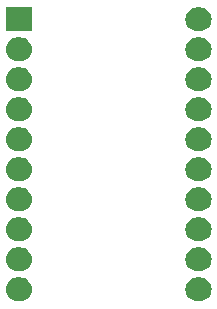
<source format=gbr>
G04 #@! TF.GenerationSoftware,KiCad,Pcbnew,(5.1.5)-3*
G04 #@! TF.CreationDate,2020-05-07T17:46:45-04:00*
G04 #@! TF.ProjectId,CR2025_Nordic,43523230-3235-45f4-9e6f-726469632e6b,rev?*
G04 #@! TF.SameCoordinates,Original*
G04 #@! TF.FileFunction,Soldermask,Bot*
G04 #@! TF.FilePolarity,Negative*
%FSLAX46Y46*%
G04 Gerber Fmt 4.6, Leading zero omitted, Abs format (unit mm)*
G04 Created by KiCad (PCBNEW (5.1.5)-3) date 2020-05-07 17:46:45*
%MOMM*%
%LPD*%
G04 APERTURE LIST*
%ADD10C,0.100000*%
G04 APERTURE END LIST*
D10*
G36*
X142303028Y-101007183D02*
G01*
X142491722Y-101064423D01*
X142665615Y-101157371D01*
X142818039Y-101282461D01*
X142943129Y-101434885D01*
X143036077Y-101608778D01*
X143093317Y-101797472D01*
X143112643Y-101993700D01*
X143093317Y-102189928D01*
X143036077Y-102378622D01*
X142943129Y-102552515D01*
X142818039Y-102704939D01*
X142665615Y-102830029D01*
X142491722Y-102922977D01*
X142303028Y-102980217D01*
X142155975Y-102994700D01*
X141857625Y-102994700D01*
X141710572Y-102980217D01*
X141521878Y-102922977D01*
X141347985Y-102830029D01*
X141195561Y-102704939D01*
X141070471Y-102552515D01*
X140977523Y-102378622D01*
X140920283Y-102189928D01*
X140900957Y-101993700D01*
X140920283Y-101797472D01*
X140977523Y-101608778D01*
X141070471Y-101434885D01*
X141195561Y-101282461D01*
X141347985Y-101157371D01*
X141521878Y-101064423D01*
X141710572Y-101007183D01*
X141857625Y-100992700D01*
X142155975Y-100992700D01*
X142303028Y-101007183D01*
G37*
G36*
X127093028Y-101007183D02*
G01*
X127281722Y-101064423D01*
X127455615Y-101157371D01*
X127608039Y-101282461D01*
X127733129Y-101434885D01*
X127826077Y-101608778D01*
X127883317Y-101797472D01*
X127902643Y-101993700D01*
X127883317Y-102189928D01*
X127826077Y-102378622D01*
X127733129Y-102552515D01*
X127608039Y-102704939D01*
X127455615Y-102830029D01*
X127281722Y-102922977D01*
X127093028Y-102980217D01*
X126945975Y-102994700D01*
X126647625Y-102994700D01*
X126500572Y-102980217D01*
X126311878Y-102922977D01*
X126137985Y-102830029D01*
X125985561Y-102704939D01*
X125860471Y-102552515D01*
X125767523Y-102378622D01*
X125710283Y-102189928D01*
X125690957Y-101993700D01*
X125710283Y-101797472D01*
X125767523Y-101608778D01*
X125860471Y-101434885D01*
X125985561Y-101282461D01*
X126137985Y-101157371D01*
X126311878Y-101064423D01*
X126500572Y-101007183D01*
X126647625Y-100992700D01*
X126945975Y-100992700D01*
X127093028Y-101007183D01*
G37*
G36*
X127093028Y-98467183D02*
G01*
X127281722Y-98524423D01*
X127455615Y-98617371D01*
X127608039Y-98742461D01*
X127733129Y-98894885D01*
X127826077Y-99068778D01*
X127883317Y-99257472D01*
X127902643Y-99453700D01*
X127883317Y-99649928D01*
X127826077Y-99838622D01*
X127733129Y-100012515D01*
X127608039Y-100164939D01*
X127455615Y-100290029D01*
X127281722Y-100382977D01*
X127093028Y-100440217D01*
X126945975Y-100454700D01*
X126647625Y-100454700D01*
X126500572Y-100440217D01*
X126311878Y-100382977D01*
X126137985Y-100290029D01*
X125985561Y-100164939D01*
X125860471Y-100012515D01*
X125767523Y-99838622D01*
X125710283Y-99649928D01*
X125690957Y-99453700D01*
X125710283Y-99257472D01*
X125767523Y-99068778D01*
X125860471Y-98894885D01*
X125985561Y-98742461D01*
X126137985Y-98617371D01*
X126311878Y-98524423D01*
X126500572Y-98467183D01*
X126647625Y-98452700D01*
X126945975Y-98452700D01*
X127093028Y-98467183D01*
G37*
G36*
X142303028Y-98467183D02*
G01*
X142491722Y-98524423D01*
X142665615Y-98617371D01*
X142818039Y-98742461D01*
X142943129Y-98894885D01*
X143036077Y-99068778D01*
X143093317Y-99257472D01*
X143112643Y-99453700D01*
X143093317Y-99649928D01*
X143036077Y-99838622D01*
X142943129Y-100012515D01*
X142818039Y-100164939D01*
X142665615Y-100290029D01*
X142491722Y-100382977D01*
X142303028Y-100440217D01*
X142155975Y-100454700D01*
X141857625Y-100454700D01*
X141710572Y-100440217D01*
X141521878Y-100382977D01*
X141347985Y-100290029D01*
X141195561Y-100164939D01*
X141070471Y-100012515D01*
X140977523Y-99838622D01*
X140920283Y-99649928D01*
X140900957Y-99453700D01*
X140920283Y-99257472D01*
X140977523Y-99068778D01*
X141070471Y-98894885D01*
X141195561Y-98742461D01*
X141347985Y-98617371D01*
X141521878Y-98524423D01*
X141710572Y-98467183D01*
X141857625Y-98452700D01*
X142155975Y-98452700D01*
X142303028Y-98467183D01*
G37*
G36*
X142303028Y-95927183D02*
G01*
X142491722Y-95984423D01*
X142665615Y-96077371D01*
X142818039Y-96202461D01*
X142943129Y-96354885D01*
X143036077Y-96528778D01*
X143093317Y-96717472D01*
X143112643Y-96913700D01*
X143093317Y-97109928D01*
X143036077Y-97298622D01*
X142943129Y-97472515D01*
X142818039Y-97624939D01*
X142665615Y-97750029D01*
X142491722Y-97842977D01*
X142303028Y-97900217D01*
X142155975Y-97914700D01*
X141857625Y-97914700D01*
X141710572Y-97900217D01*
X141521878Y-97842977D01*
X141347985Y-97750029D01*
X141195561Y-97624939D01*
X141070471Y-97472515D01*
X140977523Y-97298622D01*
X140920283Y-97109928D01*
X140900957Y-96913700D01*
X140920283Y-96717472D01*
X140977523Y-96528778D01*
X141070471Y-96354885D01*
X141195561Y-96202461D01*
X141347985Y-96077371D01*
X141521878Y-95984423D01*
X141710572Y-95927183D01*
X141857625Y-95912700D01*
X142155975Y-95912700D01*
X142303028Y-95927183D01*
G37*
G36*
X127093028Y-95927183D02*
G01*
X127281722Y-95984423D01*
X127455615Y-96077371D01*
X127608039Y-96202461D01*
X127733129Y-96354885D01*
X127826077Y-96528778D01*
X127883317Y-96717472D01*
X127902643Y-96913700D01*
X127883317Y-97109928D01*
X127826077Y-97298622D01*
X127733129Y-97472515D01*
X127608039Y-97624939D01*
X127455615Y-97750029D01*
X127281722Y-97842977D01*
X127093028Y-97900217D01*
X126945975Y-97914700D01*
X126647625Y-97914700D01*
X126500572Y-97900217D01*
X126311878Y-97842977D01*
X126137985Y-97750029D01*
X125985561Y-97624939D01*
X125860471Y-97472515D01*
X125767523Y-97298622D01*
X125710283Y-97109928D01*
X125690957Y-96913700D01*
X125710283Y-96717472D01*
X125767523Y-96528778D01*
X125860471Y-96354885D01*
X125985561Y-96202461D01*
X126137985Y-96077371D01*
X126311878Y-95984423D01*
X126500572Y-95927183D01*
X126647625Y-95912700D01*
X126945975Y-95912700D01*
X127093028Y-95927183D01*
G37*
G36*
X142303028Y-93387183D02*
G01*
X142491722Y-93444423D01*
X142665615Y-93537371D01*
X142818039Y-93662461D01*
X142943129Y-93814885D01*
X143036077Y-93988778D01*
X143093317Y-94177472D01*
X143112643Y-94373700D01*
X143093317Y-94569928D01*
X143036077Y-94758622D01*
X142943129Y-94932515D01*
X142818039Y-95084939D01*
X142665615Y-95210029D01*
X142491722Y-95302977D01*
X142303028Y-95360217D01*
X142155975Y-95374700D01*
X141857625Y-95374700D01*
X141710572Y-95360217D01*
X141521878Y-95302977D01*
X141347985Y-95210029D01*
X141195561Y-95084939D01*
X141070471Y-94932515D01*
X140977523Y-94758622D01*
X140920283Y-94569928D01*
X140900957Y-94373700D01*
X140920283Y-94177472D01*
X140977523Y-93988778D01*
X141070471Y-93814885D01*
X141195561Y-93662461D01*
X141347985Y-93537371D01*
X141521878Y-93444423D01*
X141710572Y-93387183D01*
X141857625Y-93372700D01*
X142155975Y-93372700D01*
X142303028Y-93387183D01*
G37*
G36*
X127093028Y-93387183D02*
G01*
X127281722Y-93444423D01*
X127455615Y-93537371D01*
X127608039Y-93662461D01*
X127733129Y-93814885D01*
X127826077Y-93988778D01*
X127883317Y-94177472D01*
X127902643Y-94373700D01*
X127883317Y-94569928D01*
X127826077Y-94758622D01*
X127733129Y-94932515D01*
X127608039Y-95084939D01*
X127455615Y-95210029D01*
X127281722Y-95302977D01*
X127093028Y-95360217D01*
X126945975Y-95374700D01*
X126647625Y-95374700D01*
X126500572Y-95360217D01*
X126311878Y-95302977D01*
X126137985Y-95210029D01*
X125985561Y-95084939D01*
X125860471Y-94932515D01*
X125767523Y-94758622D01*
X125710283Y-94569928D01*
X125690957Y-94373700D01*
X125710283Y-94177472D01*
X125767523Y-93988778D01*
X125860471Y-93814885D01*
X125985561Y-93662461D01*
X126137985Y-93537371D01*
X126311878Y-93444423D01*
X126500572Y-93387183D01*
X126647625Y-93372700D01*
X126945975Y-93372700D01*
X127093028Y-93387183D01*
G37*
G36*
X142303028Y-90847183D02*
G01*
X142491722Y-90904423D01*
X142665615Y-90997371D01*
X142818039Y-91122461D01*
X142943129Y-91274885D01*
X143036077Y-91448778D01*
X143093317Y-91637472D01*
X143112643Y-91833700D01*
X143093317Y-92029928D01*
X143036077Y-92218622D01*
X142943129Y-92392515D01*
X142818039Y-92544939D01*
X142665615Y-92670029D01*
X142491722Y-92762977D01*
X142303028Y-92820217D01*
X142155975Y-92834700D01*
X141857625Y-92834700D01*
X141710572Y-92820217D01*
X141521878Y-92762977D01*
X141347985Y-92670029D01*
X141195561Y-92544939D01*
X141070471Y-92392515D01*
X140977523Y-92218622D01*
X140920283Y-92029928D01*
X140900957Y-91833700D01*
X140920283Y-91637472D01*
X140977523Y-91448778D01*
X141070471Y-91274885D01*
X141195561Y-91122461D01*
X141347985Y-90997371D01*
X141521878Y-90904423D01*
X141710572Y-90847183D01*
X141857625Y-90832700D01*
X142155975Y-90832700D01*
X142303028Y-90847183D01*
G37*
G36*
X127093028Y-90847183D02*
G01*
X127281722Y-90904423D01*
X127455615Y-90997371D01*
X127608039Y-91122461D01*
X127733129Y-91274885D01*
X127826077Y-91448778D01*
X127883317Y-91637472D01*
X127902643Y-91833700D01*
X127883317Y-92029928D01*
X127826077Y-92218622D01*
X127733129Y-92392515D01*
X127608039Y-92544939D01*
X127455615Y-92670029D01*
X127281722Y-92762977D01*
X127093028Y-92820217D01*
X126945975Y-92834700D01*
X126647625Y-92834700D01*
X126500572Y-92820217D01*
X126311878Y-92762977D01*
X126137985Y-92670029D01*
X125985561Y-92544939D01*
X125860471Y-92392515D01*
X125767523Y-92218622D01*
X125710283Y-92029928D01*
X125690957Y-91833700D01*
X125710283Y-91637472D01*
X125767523Y-91448778D01*
X125860471Y-91274885D01*
X125985561Y-91122461D01*
X126137985Y-90997371D01*
X126311878Y-90904423D01*
X126500572Y-90847183D01*
X126647625Y-90832700D01*
X126945975Y-90832700D01*
X127093028Y-90847183D01*
G37*
G36*
X127093028Y-88307183D02*
G01*
X127281722Y-88364423D01*
X127455615Y-88457371D01*
X127608039Y-88582461D01*
X127733129Y-88734885D01*
X127826077Y-88908778D01*
X127883317Y-89097472D01*
X127902643Y-89293700D01*
X127883317Y-89489928D01*
X127826077Y-89678622D01*
X127733129Y-89852515D01*
X127608039Y-90004939D01*
X127455615Y-90130029D01*
X127281722Y-90222977D01*
X127093028Y-90280217D01*
X126945975Y-90294700D01*
X126647625Y-90294700D01*
X126500572Y-90280217D01*
X126311878Y-90222977D01*
X126137985Y-90130029D01*
X125985561Y-90004939D01*
X125860471Y-89852515D01*
X125767523Y-89678622D01*
X125710283Y-89489928D01*
X125690957Y-89293700D01*
X125710283Y-89097472D01*
X125767523Y-88908778D01*
X125860471Y-88734885D01*
X125985561Y-88582461D01*
X126137985Y-88457371D01*
X126311878Y-88364423D01*
X126500572Y-88307183D01*
X126647625Y-88292700D01*
X126945975Y-88292700D01*
X127093028Y-88307183D01*
G37*
G36*
X142303028Y-88307183D02*
G01*
X142491722Y-88364423D01*
X142665615Y-88457371D01*
X142818039Y-88582461D01*
X142943129Y-88734885D01*
X143036077Y-88908778D01*
X143093317Y-89097472D01*
X143112643Y-89293700D01*
X143093317Y-89489928D01*
X143036077Y-89678622D01*
X142943129Y-89852515D01*
X142818039Y-90004939D01*
X142665615Y-90130029D01*
X142491722Y-90222977D01*
X142303028Y-90280217D01*
X142155975Y-90294700D01*
X141857625Y-90294700D01*
X141710572Y-90280217D01*
X141521878Y-90222977D01*
X141347985Y-90130029D01*
X141195561Y-90004939D01*
X141070471Y-89852515D01*
X140977523Y-89678622D01*
X140920283Y-89489928D01*
X140900957Y-89293700D01*
X140920283Y-89097472D01*
X140977523Y-88908778D01*
X141070471Y-88734885D01*
X141195561Y-88582461D01*
X141347985Y-88457371D01*
X141521878Y-88364423D01*
X141710572Y-88307183D01*
X141857625Y-88292700D01*
X142155975Y-88292700D01*
X142303028Y-88307183D01*
G37*
G36*
X142303028Y-85767183D02*
G01*
X142491722Y-85824423D01*
X142665615Y-85917371D01*
X142818039Y-86042461D01*
X142943129Y-86194885D01*
X143036077Y-86368778D01*
X143093317Y-86557472D01*
X143112643Y-86753700D01*
X143093317Y-86949928D01*
X143036077Y-87138622D01*
X142943129Y-87312515D01*
X142818039Y-87464939D01*
X142665615Y-87590029D01*
X142491722Y-87682977D01*
X142303028Y-87740217D01*
X142155975Y-87754700D01*
X141857625Y-87754700D01*
X141710572Y-87740217D01*
X141521878Y-87682977D01*
X141347985Y-87590029D01*
X141195561Y-87464939D01*
X141070471Y-87312515D01*
X140977523Y-87138622D01*
X140920283Y-86949928D01*
X140900957Y-86753700D01*
X140920283Y-86557472D01*
X140977523Y-86368778D01*
X141070471Y-86194885D01*
X141195561Y-86042461D01*
X141347985Y-85917371D01*
X141521878Y-85824423D01*
X141710572Y-85767183D01*
X141857625Y-85752700D01*
X142155975Y-85752700D01*
X142303028Y-85767183D01*
G37*
G36*
X127093028Y-85767183D02*
G01*
X127281722Y-85824423D01*
X127455615Y-85917371D01*
X127608039Y-86042461D01*
X127733129Y-86194885D01*
X127826077Y-86368778D01*
X127883317Y-86557472D01*
X127902643Y-86753700D01*
X127883317Y-86949928D01*
X127826077Y-87138622D01*
X127733129Y-87312515D01*
X127608039Y-87464939D01*
X127455615Y-87590029D01*
X127281722Y-87682977D01*
X127093028Y-87740217D01*
X126945975Y-87754700D01*
X126647625Y-87754700D01*
X126500572Y-87740217D01*
X126311878Y-87682977D01*
X126137985Y-87590029D01*
X125985561Y-87464939D01*
X125860471Y-87312515D01*
X125767523Y-87138622D01*
X125710283Y-86949928D01*
X125690957Y-86753700D01*
X125710283Y-86557472D01*
X125767523Y-86368778D01*
X125860471Y-86194885D01*
X125985561Y-86042461D01*
X126137985Y-85917371D01*
X126311878Y-85824423D01*
X126500572Y-85767183D01*
X126647625Y-85752700D01*
X126945975Y-85752700D01*
X127093028Y-85767183D01*
G37*
G36*
X142303028Y-83227183D02*
G01*
X142491722Y-83284423D01*
X142665615Y-83377371D01*
X142818039Y-83502461D01*
X142943129Y-83654885D01*
X143036077Y-83828778D01*
X143093317Y-84017472D01*
X143112643Y-84213700D01*
X143093317Y-84409928D01*
X143036077Y-84598622D01*
X142943129Y-84772515D01*
X142818039Y-84924939D01*
X142665615Y-85050029D01*
X142491722Y-85142977D01*
X142303028Y-85200217D01*
X142155975Y-85214700D01*
X141857625Y-85214700D01*
X141710572Y-85200217D01*
X141521878Y-85142977D01*
X141347985Y-85050029D01*
X141195561Y-84924939D01*
X141070471Y-84772515D01*
X140977523Y-84598622D01*
X140920283Y-84409928D01*
X140900957Y-84213700D01*
X140920283Y-84017472D01*
X140977523Y-83828778D01*
X141070471Y-83654885D01*
X141195561Y-83502461D01*
X141347985Y-83377371D01*
X141521878Y-83284423D01*
X141710572Y-83227183D01*
X141857625Y-83212700D01*
X142155975Y-83212700D01*
X142303028Y-83227183D01*
G37*
G36*
X127093028Y-83227183D02*
G01*
X127281722Y-83284423D01*
X127455615Y-83377371D01*
X127608039Y-83502461D01*
X127733129Y-83654885D01*
X127826077Y-83828778D01*
X127883317Y-84017472D01*
X127902643Y-84213700D01*
X127883317Y-84409928D01*
X127826077Y-84598622D01*
X127733129Y-84772515D01*
X127608039Y-84924939D01*
X127455615Y-85050029D01*
X127281722Y-85142977D01*
X127093028Y-85200217D01*
X126945975Y-85214700D01*
X126647625Y-85214700D01*
X126500572Y-85200217D01*
X126311878Y-85142977D01*
X126137985Y-85050029D01*
X125985561Y-84924939D01*
X125860471Y-84772515D01*
X125767523Y-84598622D01*
X125710283Y-84409928D01*
X125690957Y-84213700D01*
X125710283Y-84017472D01*
X125767523Y-83828778D01*
X125860471Y-83654885D01*
X125985561Y-83502461D01*
X126137985Y-83377371D01*
X126311878Y-83284423D01*
X126500572Y-83227183D01*
X126647625Y-83212700D01*
X126945975Y-83212700D01*
X127093028Y-83227183D01*
G37*
G36*
X142303028Y-80687183D02*
G01*
X142491722Y-80744423D01*
X142665615Y-80837371D01*
X142818039Y-80962461D01*
X142943129Y-81114885D01*
X143036077Y-81288778D01*
X143093317Y-81477472D01*
X143112643Y-81673700D01*
X143093317Y-81869928D01*
X143036077Y-82058622D01*
X142943129Y-82232515D01*
X142818039Y-82384939D01*
X142665615Y-82510029D01*
X142491722Y-82602977D01*
X142303028Y-82660217D01*
X142155975Y-82674700D01*
X141857625Y-82674700D01*
X141710572Y-82660217D01*
X141521878Y-82602977D01*
X141347985Y-82510029D01*
X141195561Y-82384939D01*
X141070471Y-82232515D01*
X140977523Y-82058622D01*
X140920283Y-81869928D01*
X140900957Y-81673700D01*
X140920283Y-81477472D01*
X140977523Y-81288778D01*
X141070471Y-81114885D01*
X141195561Y-80962461D01*
X141347985Y-80837371D01*
X141521878Y-80744423D01*
X141710572Y-80687183D01*
X141857625Y-80672700D01*
X142155975Y-80672700D01*
X142303028Y-80687183D01*
G37*
G36*
X127093028Y-80687183D02*
G01*
X127281722Y-80744423D01*
X127455615Y-80837371D01*
X127608039Y-80962461D01*
X127733129Y-81114885D01*
X127826077Y-81288778D01*
X127883317Y-81477472D01*
X127902643Y-81673700D01*
X127883317Y-81869928D01*
X127826077Y-82058622D01*
X127733129Y-82232515D01*
X127608039Y-82384939D01*
X127455615Y-82510029D01*
X127281722Y-82602977D01*
X127093028Y-82660217D01*
X126945975Y-82674700D01*
X126647625Y-82674700D01*
X126500572Y-82660217D01*
X126311878Y-82602977D01*
X126137985Y-82510029D01*
X125985561Y-82384939D01*
X125860471Y-82232515D01*
X125767523Y-82058622D01*
X125710283Y-81869928D01*
X125690957Y-81673700D01*
X125710283Y-81477472D01*
X125767523Y-81288778D01*
X125860471Y-81114885D01*
X125985561Y-80962461D01*
X126137985Y-80837371D01*
X126311878Y-80744423D01*
X126500572Y-80687183D01*
X126647625Y-80672700D01*
X126945975Y-80672700D01*
X127093028Y-80687183D01*
G37*
G36*
X142303028Y-78147183D02*
G01*
X142491722Y-78204423D01*
X142665615Y-78297371D01*
X142818039Y-78422461D01*
X142943129Y-78574885D01*
X143036077Y-78748778D01*
X143093317Y-78937472D01*
X143112643Y-79133700D01*
X143093317Y-79329928D01*
X143036077Y-79518622D01*
X142943129Y-79692515D01*
X142818039Y-79844939D01*
X142665615Y-79970029D01*
X142491722Y-80062977D01*
X142303028Y-80120217D01*
X142155975Y-80134700D01*
X141857625Y-80134700D01*
X141710572Y-80120217D01*
X141521878Y-80062977D01*
X141347985Y-79970029D01*
X141195561Y-79844939D01*
X141070471Y-79692515D01*
X140977523Y-79518622D01*
X140920283Y-79329928D01*
X140900957Y-79133700D01*
X140920283Y-78937472D01*
X140977523Y-78748778D01*
X141070471Y-78574885D01*
X141195561Y-78422461D01*
X141347985Y-78297371D01*
X141521878Y-78204423D01*
X141710572Y-78147183D01*
X141857625Y-78132700D01*
X142155975Y-78132700D01*
X142303028Y-78147183D01*
G37*
G36*
X127897800Y-80134700D02*
G01*
X125695800Y-80134700D01*
X125695800Y-78132700D01*
X127897800Y-78132700D01*
X127897800Y-80134700D01*
G37*
M02*

</source>
